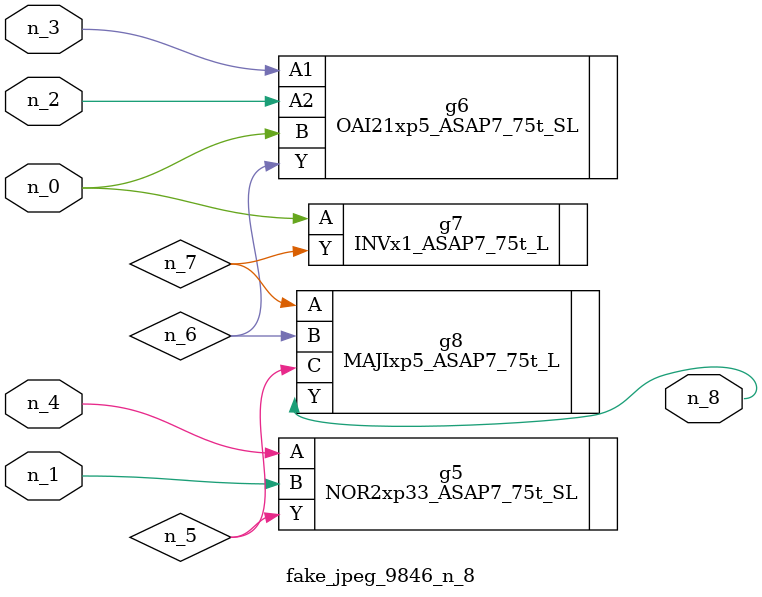
<source format=v>
module fake_jpeg_9846_n_8 (n_3, n_2, n_1, n_0, n_4, n_8);

input n_3;
input n_2;
input n_1;
input n_0;
input n_4;

output n_8;

wire n_6;
wire n_5;
wire n_7;

NOR2xp33_ASAP7_75t_SL g5 ( 
.A(n_4),
.B(n_1),
.Y(n_5)
);

OAI21xp5_ASAP7_75t_SL g6 ( 
.A1(n_3),
.A2(n_2),
.B(n_0),
.Y(n_6)
);

INVx1_ASAP7_75t_L g7 ( 
.A(n_0),
.Y(n_7)
);

MAJIxp5_ASAP7_75t_L g8 ( 
.A(n_7),
.B(n_6),
.C(n_5),
.Y(n_8)
);


endmodule
</source>
